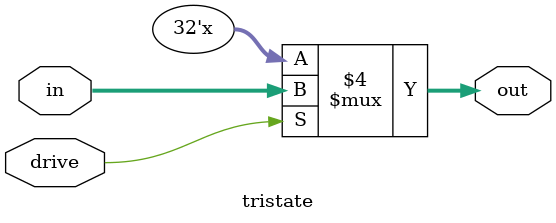
<source format=v>
/*
 * Copyright (c) 2006, Peter M. Chen.  All rights reserved.  This software is
 * supplied as is without expressed or implied warranties of any kind.
 */
module tristate(
    input wire [31:0] in,
    output reg [31:0] out,
    input wire drive);

    always @* begin
        if (drive == 1'b1) begin
            out = in;
        end else begin
            out = {32{1'bz}};
        end
    end

endmodule

</source>
